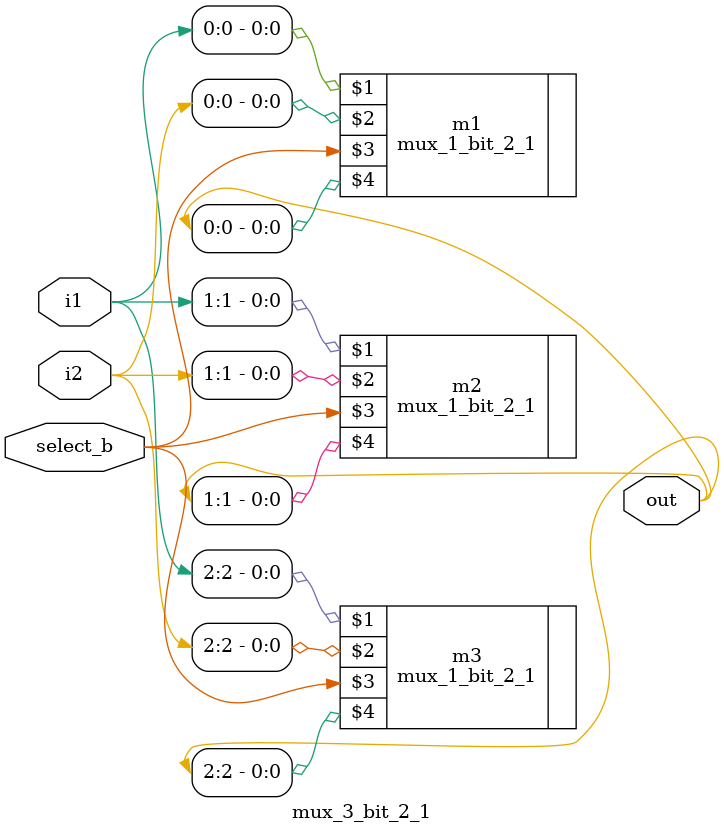
<source format=v>
module mux_3_bit_2_1(i1,i2,out,select_b);
input [2:0] i1,i2;
input select_b;
output [2:0] out;

mux_1_bit_2_1 m1(i1[0],i2[0],select_b,out[0]);
mux_1_bit_2_1 m2(i1[1],i2[1],select_b,out[1]);
mux_1_bit_2_1 m3(i1[2],i2[2],select_b,out[2]);

endmodule
</source>
